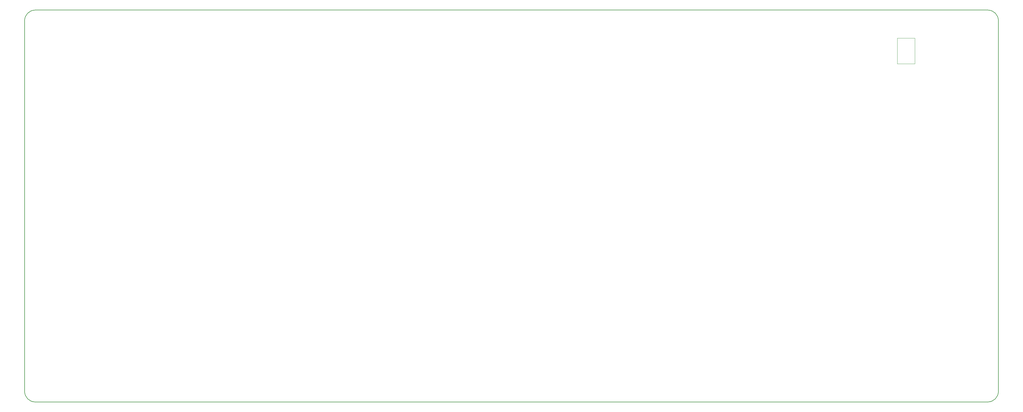
<source format=gm1>
G04 #@! TF.GenerationSoftware,KiCad,Pcbnew,9.0.5*
G04 #@! TF.CreationDate,2025-11-08T09:58:55-03:00*
G04 #@! TF.ProjectId,discipline-pcb,64697363-6970-46c6-996e-652d7063622e,rev?*
G04 #@! TF.SameCoordinates,Original*
G04 #@! TF.FileFunction,Profile,NP*
%FSLAX46Y46*%
G04 Gerber Fmt 4.6, Leading zero omitted, Abs format (unit mm)*
G04 Created by KiCad (PCBNEW 9.0.5) date 2025-11-08 09:58:55*
%MOMM*%
%LPD*%
G01*
G04 APERTURE LIST*
G04 #@! TA.AperFunction,Profile*
%ADD10C,0.150000*%
G04 #@! TD*
G04 #@! TA.AperFunction,Profile*
%ADD11C,0.038100*%
G04 #@! TD*
G04 APERTURE END LIST*
D10*
X57076441Y-180502218D02*
G75*
G02*
X53766382Y-177198159I-3041J3307018D01*
G01*
X358660309Y-177195160D02*
G75*
G02*
X355353250Y-180502209I-3307009J-40D01*
G01*
X355353250Y-57694750D02*
G75*
G02*
X358660350Y-61001809I50J-3307050D01*
G01*
X53766382Y-177198159D02*
X53766382Y-61001809D01*
X355353250Y-180502219D02*
X57076441Y-180502219D01*
X53766382Y-61001809D02*
G75*
G02*
X57073441Y-57694782I3307018J9D01*
G01*
D11*
X327000000Y-66500000D02*
X332500000Y-66500000D01*
X332500000Y-74500000D01*
X327000000Y-74500000D01*
X327000000Y-66500000D01*
D10*
X358660309Y-61001809D02*
X358660309Y-177195160D01*
X57073441Y-57694750D02*
X355353250Y-57694750D01*
M02*

</source>
